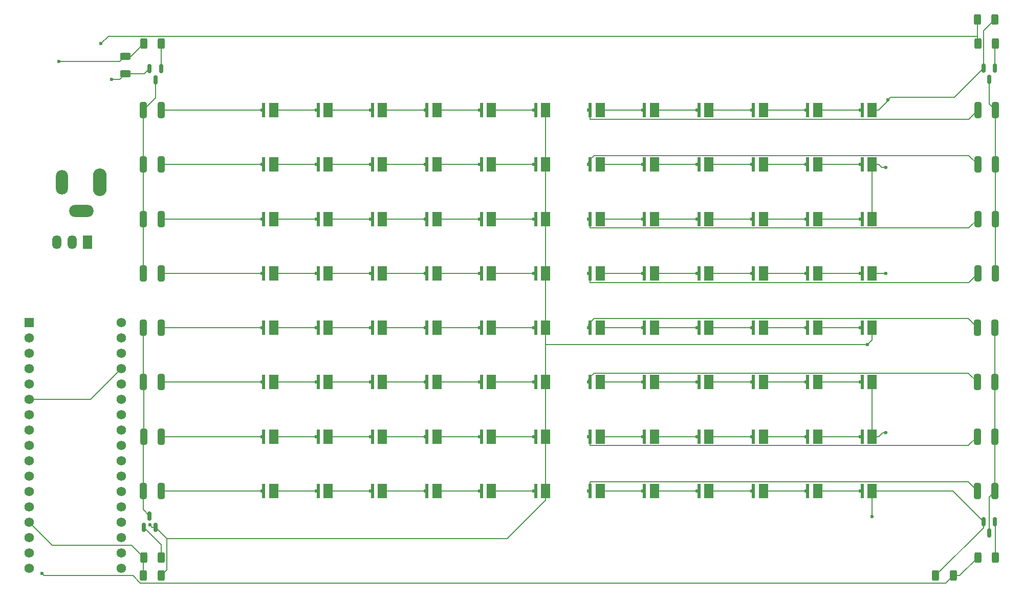
<source format=gbr>
%TF.GenerationSoftware,KiCad,Pcbnew,9.0.2*%
%TF.CreationDate,2025-06-25T20:21:35-07:00*%
%TF.ProjectId,led-plate-96-well,6c65642d-706c-4617-9465-2d39362d7765,rev?*%
%TF.SameCoordinates,Original*%
%TF.FileFunction,Copper,L1,Top*%
%TF.FilePolarity,Positive*%
%FSLAX46Y46*%
G04 Gerber Fmt 4.6, Leading zero omitted, Abs format (unit mm)*
G04 Created by KiCad (PCBNEW 9.0.2) date 2025-06-25 20:21:35*
%MOMM*%
%LPD*%
G01*
G04 APERTURE LIST*
G04 Aperture macros list*
%AMRoundRect*
0 Rectangle with rounded corners*
0 $1 Rounding radius*
0 $2 $3 $4 $5 $6 $7 $8 $9 X,Y pos of 4 corners*
0 Add a 4 corners polygon primitive as box body*
4,1,4,$2,$3,$4,$5,$6,$7,$8,$9,$2,$3,0*
0 Add four circle primitives for the rounded corners*
1,1,$1+$1,$2,$3*
1,1,$1+$1,$4,$5*
1,1,$1+$1,$6,$7*
1,1,$1+$1,$8,$9*
0 Add four rect primitives between the rounded corners*
20,1,$1+$1,$2,$3,$4,$5,0*
20,1,$1+$1,$4,$5,$6,$7,0*
20,1,$1+$1,$6,$7,$8,$9,0*
20,1,$1+$1,$8,$9,$2,$3,0*%
G04 Aperture macros list end*
%TA.AperFunction,SMDPad,CuDef*%
%ADD10R,1.600000X2.400000*%
%TD*%
%TA.AperFunction,SMDPad,CuDef*%
%ADD11R,0.600000X2.400000*%
%TD*%
%TA.AperFunction,SMDPad,CuDef*%
%ADD12R,0.600000X0.500000*%
%TD*%
%TA.AperFunction,SMDPad,CuDef*%
%ADD13RoundRect,0.250000X-0.312500X-1.075000X0.312500X-1.075000X0.312500X1.075000X-0.312500X1.075000X0*%
%TD*%
%TA.AperFunction,SMDPad,CuDef*%
%ADD14RoundRect,0.250000X0.312500X1.075000X-0.312500X1.075000X-0.312500X-1.075000X0.312500X-1.075000X0*%
%TD*%
%TA.AperFunction,SMDPad,CuDef*%
%ADD15RoundRect,0.248889X-0.626111X0.311111X-0.626111X-0.311111X0.626111X-0.311111X0.626111X0.311111X0*%
%TD*%
%TA.AperFunction,SMDPad,CuDef*%
%ADD16RoundRect,0.150000X-0.150000X0.587500X-0.150000X-0.587500X0.150000X-0.587500X0.150000X0.587500X0*%
%TD*%
%TA.AperFunction,ComponentPad*%
%ADD17O,2.280000X4.560000*%
%TD*%
%TA.AperFunction,ComponentPad*%
%ADD18O,4.050000X2.025000*%
%TD*%
%TA.AperFunction,ComponentPad*%
%ADD19O,2.025000X4.050000*%
%TD*%
%TA.AperFunction,SMDPad,CuDef*%
%ADD20RoundRect,0.248889X0.311111X0.626111X-0.311111X0.626111X-0.311111X-0.626111X0.311111X-0.626111X0*%
%TD*%
%TA.AperFunction,SMDPad,CuDef*%
%ADD21RoundRect,0.248889X-0.311111X-0.626111X0.311111X-0.626111X0.311111X0.626111X-0.311111X0.626111X0*%
%TD*%
%TA.AperFunction,ComponentPad*%
%ADD22R,1.500000X2.300000*%
%TD*%
%TA.AperFunction,ComponentPad*%
%ADD23O,1.500000X2.300000*%
%TD*%
%TA.AperFunction,SMDPad,CuDef*%
%ADD24RoundRect,0.150000X0.150000X-0.587500X0.150000X0.587500X-0.150000X0.587500X-0.150000X-0.587500X0*%
%TD*%
%TA.AperFunction,ComponentPad*%
%ADD25R,1.574800X1.574800*%
%TD*%
%TA.AperFunction,ComponentPad*%
%ADD26C,1.574800*%
%TD*%
%TA.AperFunction,ViaPad*%
%ADD27C,0.600000*%
%TD*%
%TA.AperFunction,Conductor*%
%ADD28C,0.200000*%
%TD*%
G04 APERTURE END LIST*
D10*
%TO.P,D12,1,K*%
%TO.N,GND*%
X171145000Y-51210000D03*
D11*
%TO.P,D12,2,A*%
%TO.N,Net-(D11-K)*%
X169495000Y-51210000D03*
D12*
X169195000Y-51210000D03*
%TD*%
D10*
%TO.P,D77,1,K*%
%TO.N,Net-(D77-K)*%
X216145000Y-78210000D03*
D11*
%TO.P,D77,2,A*%
%TO.N,Net-(D76-K)*%
X214495000Y-78210000D03*
D12*
X214195000Y-78210000D03*
%TD*%
D10*
%TO.P,D78,1,K*%
%TO.N,GND*%
X225145000Y-78210000D03*
D11*
%TO.P,D78,2,A*%
%TO.N,Net-(D77-K)*%
X223495000Y-78210000D03*
D12*
X223195000Y-78210000D03*
%TD*%
D10*
%TO.P,D72,1,K*%
%TO.N,GND*%
X171145000Y-105210000D03*
D11*
%TO.P,D72,2,A*%
%TO.N,Net-(D71-K)*%
X169495000Y-105210000D03*
D12*
X169195000Y-105210000D03*
%TD*%
D10*
%TO.P,D15,1,K*%
%TO.N,Net-(D15-K)*%
X144145000Y-60210000D03*
D11*
%TO.P,D15,2,A*%
%TO.N,Net-(D14-K)*%
X142495000Y-60210000D03*
D12*
X142195000Y-60210000D03*
%TD*%
D10*
%TO.P,D62,1,K*%
%TO.N,Net-(D62-K)*%
X135145000Y-96210000D03*
D11*
%TO.P,D62,2,A*%
%TO.N,Net-(D61-K)*%
X133495000Y-96210000D03*
D12*
X133195000Y-96210000D03*
%TD*%
D10*
%TO.P,D7,1,K*%
%TO.N,Net-(D7-K)*%
X126145000Y-51210000D03*
D11*
%TO.P,D7,2,A*%
%TO.N,Net-(D7-A)*%
X124495000Y-51210000D03*
D12*
X124195000Y-51210000D03*
%TD*%
D10*
%TO.P,D36,1,K*%
%TO.N,GND*%
X225145000Y-51210000D03*
D11*
%TO.P,D36,2,A*%
%TO.N,Net-(D35-K)*%
X223495000Y-51210000D03*
D12*
X223195000Y-51210000D03*
%TD*%
D10*
%TO.P,D5,1,K*%
%TO.N,Net-(D5-K)*%
X162145000Y-42210000D03*
D11*
%TO.P,D5,2,A*%
%TO.N,Net-(D4-K)*%
X160495000Y-42210000D03*
D12*
X160195000Y-42210000D03*
%TD*%
D10*
%TO.P,D86,1,K*%
%TO.N,Net-(D86-K)*%
X189145000Y-96210000D03*
D11*
%TO.P,D86,2,A*%
%TO.N,Net-(D85-K)*%
X187495000Y-96210000D03*
D12*
X187195000Y-96210000D03*
%TD*%
D10*
%TO.P,D56,1,K*%
%TO.N,Net-(D56-K)*%
X135145000Y-87210000D03*
D11*
%TO.P,D56,2,A*%
%TO.N,Net-(D55-K)*%
X133495000Y-87210000D03*
D12*
X133195000Y-87210000D03*
%TD*%
D10*
%TO.P,D54,1,K*%
%TO.N,GND*%
X171145000Y-78210000D03*
D11*
%TO.P,D54,2,A*%
%TO.N,Net-(D53-K)*%
X169495000Y-78210000D03*
D12*
X169195000Y-78210000D03*
%TD*%
D10*
%TO.P,D4,1,K*%
%TO.N,Net-(D4-K)*%
X153145000Y-42210000D03*
D11*
%TO.P,D4,2,A*%
%TO.N,Net-(D3-K)*%
X151495000Y-42210000D03*
D12*
X151195000Y-42210000D03*
%TD*%
D13*
%TO.P,R2,1*%
%TO.N,Net-(U4-D)*%
X104570000Y-51210000D03*
%TO.P,R2,2*%
%TO.N,Net-(D7-A)*%
X107495000Y-51210000D03*
%TD*%
D10*
%TO.P,D61,1,K*%
%TO.N,Net-(D61-K)*%
X126145000Y-96210000D03*
D11*
%TO.P,D61,2,A*%
%TO.N,Net-(D61-A)*%
X124495000Y-96210000D03*
D12*
X124195000Y-96210000D03*
%TD*%
D10*
%TO.P,D19,1,K*%
%TO.N,Net-(D19-K)*%
X126145000Y-69210000D03*
D11*
%TO.P,D19,2,A*%
%TO.N,Net-(D19-A)*%
X124495000Y-69210000D03*
D12*
X124195000Y-69210000D03*
%TD*%
D10*
%TO.P,D70,1,K*%
%TO.N,Net-(D70-K)*%
X153145000Y-105210000D03*
D11*
%TO.P,D70,2,A*%
%TO.N,Net-(D69-K)*%
X151495000Y-105210000D03*
D12*
X151195000Y-105210000D03*
%TD*%
D14*
%TO.P,R23,1*%
%TO.N,Net-(U6-D)*%
X245495000Y-96210000D03*
%TO.P,R23,2*%
%TO.N,Net-(D85-A)*%
X242570000Y-96210000D03*
%TD*%
D15*
%TO.P,R5,1*%
%TO.N,Net-(U2-3(PWM){slash}SCL)*%
X101570000Y-33290000D03*
%TO.P,R5,2*%
%TO.N,GND*%
X101570000Y-36210000D03*
%TD*%
D10*
%TO.P,D53,1,K*%
%TO.N,Net-(D53-K)*%
X162145000Y-78210000D03*
D11*
%TO.P,D53,2,A*%
%TO.N,Net-(D52-K)*%
X160495000Y-78210000D03*
D12*
X160195000Y-78210000D03*
%TD*%
D14*
%TO.P,R22,1*%
%TO.N,Net-(U6-D)*%
X245495000Y-87210000D03*
%TO.P,R22,2*%
%TO.N,Net-(D79-A)*%
X242570000Y-87210000D03*
%TD*%
D10*
%TO.P,D10,1,K*%
%TO.N,Net-(D10-K)*%
X153145000Y-51210000D03*
D11*
%TO.P,D10,2,A*%
%TO.N,Net-(D10-A)*%
X151495000Y-51210000D03*
D12*
X151195000Y-51210000D03*
%TD*%
D10*
%TO.P,D87,1,K*%
%TO.N,Net-(D87-K)*%
X198145000Y-96210000D03*
D11*
%TO.P,D87,2,A*%
%TO.N,Net-(D86-K)*%
X196495000Y-96210000D03*
D12*
X196195000Y-96210000D03*
%TD*%
D14*
%TO.P,R10,1*%
%TO.N,Net-(U3-D)*%
X245570000Y-51210000D03*
%TO.P,R10,2*%
%TO.N,Net-(D31-A)*%
X242645000Y-51210000D03*
%TD*%
D10*
%TO.P,D82,1,K*%
%TO.N,Net-(D82-K)*%
X207145000Y-87210000D03*
D11*
%TO.P,D82,2,A*%
%TO.N,Net-(D81-K)*%
X205495000Y-87210000D03*
D12*
X205195000Y-87210000D03*
%TD*%
D10*
%TO.P,D60,1,K*%
%TO.N,GND*%
X171145000Y-87210000D03*
D11*
%TO.P,D60,2,A*%
%TO.N,Net-(D59-K)*%
X169495000Y-87210000D03*
D12*
X169195000Y-87210000D03*
%TD*%
D10*
%TO.P,D35,1,K*%
%TO.N,Net-(D35-K)*%
X216145000Y-51210000D03*
D11*
%TO.P,D35,2,A*%
%TO.N,Net-(D34-K)*%
X214495000Y-51210000D03*
D12*
X214195000Y-51210000D03*
%TD*%
D10*
%TO.P,D96,1,K*%
%TO.N,GND*%
X225145000Y-105210000D03*
D11*
%TO.P,D96,2,A*%
%TO.N,Net-(D95-K)*%
X223495000Y-105210000D03*
D12*
X223195000Y-105210000D03*
%TD*%
D10*
%TO.P,D32,1,K*%
%TO.N,Net-(D32-K)*%
X189145000Y-51210000D03*
D11*
%TO.P,D32,2,A*%
%TO.N,Net-(D31-K)*%
X187495000Y-51210000D03*
D12*
X187195000Y-51210000D03*
%TD*%
D10*
%TO.P,D24,1,K*%
%TO.N,GND*%
X171145000Y-69210000D03*
D11*
%TO.P,D24,2,A*%
%TO.N,Net-(D23-K)*%
X169495000Y-69210000D03*
D12*
X169195000Y-69210000D03*
%TD*%
D10*
%TO.P,D89,1,K*%
%TO.N,Net-(D89-K)*%
X216145000Y-96210000D03*
D11*
%TO.P,D89,2,A*%
%TO.N,Net-(D88-K)*%
X214495000Y-96210000D03*
D12*
X214195000Y-96210000D03*
%TD*%
D10*
%TO.P,D22,1,K*%
%TO.N,Net-(D22-K)*%
X153145000Y-69210000D03*
D11*
%TO.P,D22,2,A*%
%TO.N,Net-(D21-K)*%
X151495000Y-69210000D03*
D12*
X151195000Y-69210000D03*
%TD*%
D10*
%TO.P,D74,1,K*%
%TO.N,Net-(D74-K)*%
X189145000Y-78210000D03*
D11*
%TO.P,D74,2,A*%
%TO.N,Net-(D73-K)*%
X187495000Y-78210000D03*
D12*
X187195000Y-78210000D03*
%TD*%
D14*
%TO.P,R12,1*%
%TO.N,Net-(U3-D)*%
X245570000Y-69210000D03*
%TO.P,R12,2*%
%TO.N,Net-(D43-A)*%
X242645000Y-69210000D03*
%TD*%
D10*
%TO.P,D80,1,K*%
%TO.N,Net-(D80-K)*%
X189145000Y-87210000D03*
D11*
%TO.P,D80,2,A*%
%TO.N,Net-(D79-K)*%
X187495000Y-87210000D03*
D12*
X187195000Y-87210000D03*
%TD*%
D10*
%TO.P,D45,1,K*%
%TO.N,Net-(D45-K)*%
X198145000Y-69210000D03*
D11*
%TO.P,D45,2,A*%
%TO.N,Net-(D44-K)*%
X196495000Y-69210000D03*
D12*
X196195000Y-69210000D03*
%TD*%
D10*
%TO.P,D43,1,K*%
%TO.N,Net-(D43-K)*%
X180145000Y-69210000D03*
D11*
%TO.P,D43,2,A*%
%TO.N,Net-(D43-A)*%
X178495000Y-69210000D03*
D12*
X178195000Y-69210000D03*
%TD*%
D10*
%TO.P,D59,1,K*%
%TO.N,Net-(D59-K)*%
X162145000Y-87210000D03*
D11*
%TO.P,D59,2,A*%
%TO.N,Net-(D58-K)*%
X160495000Y-87210000D03*
D12*
X160195000Y-87210000D03*
%TD*%
D16*
%TO.P,U3,1,G*%
%TO.N,Net-(U3-G)*%
X245470000Y-35260000D03*
%TO.P,U3,2,S*%
%TO.N,GND*%
X243570000Y-35260000D03*
%TO.P,U3,3,D*%
%TO.N,Net-(U3-D)*%
X244520000Y-37135000D03*
%TD*%
D13*
%TO.P,R15,1*%
%TO.N,Net-(U5-D)*%
X104570000Y-78210000D03*
%TO.P,R15,2*%
%TO.N,Net-(D49-A)*%
X107495000Y-78210000D03*
%TD*%
D17*
%TO.P,J2,PIN*%
%TO.N,+24V*%
X97350000Y-54113700D03*
D18*
%TO.P,J2,SHUNT*%
%TO.N,unconnected-(J2-PadSHUNT)*%
X94350000Y-58913700D03*
D19*
%TO.P,J2,SLEEVE*%
%TO.N,GND*%
X91100000Y-54113700D03*
%TD*%
D10*
%TO.P,D26,1,K*%
%TO.N,Net-(D26-K)*%
X189145000Y-42210000D03*
D11*
%TO.P,D26,2,A*%
%TO.N,Net-(D25-K)*%
X187495000Y-42210000D03*
D12*
X187195000Y-42210000D03*
%TD*%
D10*
%TO.P,D41,1,K*%
%TO.N,Net-(D41-K)*%
X216145000Y-60210000D03*
D11*
%TO.P,D41,2,A*%
%TO.N,Net-(D40-K)*%
X214495000Y-60210000D03*
D12*
X214195000Y-60210000D03*
%TD*%
D20*
%TO.P,R19,1*%
%TO.N,Net-(U2-6(PWM){slash}A7)*%
X238570000Y-119210000D03*
%TO.P,R19,2*%
%TO.N,GND*%
X235650000Y-119210000D03*
%TD*%
D10*
%TO.P,D28,1,K*%
%TO.N,Net-(D28-K)*%
X207145000Y-42210000D03*
D11*
%TO.P,D28,2,A*%
%TO.N,Net-(D27-K)*%
X205495000Y-42210000D03*
D12*
X205195000Y-42210000D03*
%TD*%
D10*
%TO.P,D42,1,K*%
%TO.N,GND*%
X225145000Y-60210000D03*
D11*
%TO.P,D42,2,A*%
%TO.N,Net-(D41-K)*%
X223495000Y-60210000D03*
D12*
X223195000Y-60210000D03*
%TD*%
D10*
%TO.P,D13,1,K*%
%TO.N,Net-(D13-K)*%
X126145000Y-60210000D03*
D11*
%TO.P,D13,2,A*%
%TO.N,Net-(D13-A)*%
X124495000Y-60210000D03*
D12*
X124195000Y-60210000D03*
%TD*%
D10*
%TO.P,D84,1,K*%
%TO.N,GND*%
X225145000Y-87210000D03*
D11*
%TO.P,D84,2,A*%
%TO.N,Net-(D83-K)*%
X223495000Y-87210000D03*
D12*
X223195000Y-87210000D03*
%TD*%
D10*
%TO.P,D46,1,K*%
%TO.N,Net-(D46-K)*%
X207145000Y-69210000D03*
D11*
%TO.P,D46,2,A*%
%TO.N,Net-(D45-K)*%
X205495000Y-69210000D03*
D12*
X205195000Y-69210000D03*
%TD*%
D10*
%TO.P,D17,1,K*%
%TO.N,Net-(D17-K)*%
X162145000Y-60210000D03*
D11*
%TO.P,D17,2,A*%
%TO.N,Net-(D16-K)*%
X160495000Y-60210000D03*
D12*
X160195000Y-60210000D03*
%TD*%
D10*
%TO.P,D79,1,K*%
%TO.N,Net-(D79-K)*%
X180145000Y-87210000D03*
D11*
%TO.P,D79,2,A*%
%TO.N,Net-(D79-A)*%
X178495000Y-87210000D03*
D12*
X178195000Y-87210000D03*
%TD*%
D10*
%TO.P,D92,1,K*%
%TO.N,Net-(D92-K)*%
X189145000Y-105210000D03*
D11*
%TO.P,D92,2,A*%
%TO.N,Net-(D91-K)*%
X187495000Y-105210000D03*
D12*
X187195000Y-105210000D03*
%TD*%
D10*
%TO.P,D68,1,K*%
%TO.N,Net-(D68-K)*%
X135145000Y-105210000D03*
D11*
%TO.P,D68,2,A*%
%TO.N,Net-(D67-K)*%
X133495000Y-105210000D03*
D12*
X133195000Y-105210000D03*
%TD*%
D10*
%TO.P,D88,1,K*%
%TO.N,Net-(D88-K)*%
X207145000Y-96210000D03*
D11*
%TO.P,D88,2,A*%
%TO.N,Net-(D87-K)*%
X205495000Y-96210000D03*
D12*
X205195000Y-96210000D03*
%TD*%
D10*
%TO.P,D73,1,K*%
%TO.N,Net-(D73-K)*%
X180145000Y-78210000D03*
D11*
%TO.P,D73,2,A*%
%TO.N,Net-(D73-A)*%
X178495000Y-78210000D03*
D12*
X178195000Y-78210000D03*
%TD*%
D10*
%TO.P,D34,1,K*%
%TO.N,Net-(D34-K)*%
X207145000Y-51210000D03*
D11*
%TO.P,D34,2,A*%
%TO.N,Net-(D33-K)*%
X205495000Y-51210000D03*
D12*
X205195000Y-51210000D03*
%TD*%
D10*
%TO.P,D40,1,K*%
%TO.N,Net-(D40-K)*%
X207145000Y-60210000D03*
D11*
%TO.P,D40,2,A*%
%TO.N,Net-(D39-K)*%
X205495000Y-60210000D03*
D12*
X205195000Y-60210000D03*
%TD*%
D21*
%TO.P,R14,1*%
%TO.N,Net-(U2-9(PWM){slash}A9)*%
X104650000Y-116210000D03*
%TO.P,R14,2*%
%TO.N,Net-(U5-G)*%
X107570000Y-116210000D03*
%TD*%
D10*
%TO.P,D81,1,K*%
%TO.N,Net-(D81-K)*%
X198145000Y-87210000D03*
D11*
%TO.P,D81,2,A*%
%TO.N,Net-(D80-K)*%
X196495000Y-87210000D03*
D12*
X196195000Y-87210000D03*
%TD*%
D10*
%TO.P,D25,1,K*%
%TO.N,Net-(D25-K)*%
X180145000Y-42210000D03*
D11*
%TO.P,D25,2,A*%
%TO.N,Net-(D25-A)*%
X178495000Y-42210000D03*
D12*
X178195000Y-42210000D03*
%TD*%
D10*
%TO.P,D69,1,K*%
%TO.N,Net-(D69-K)*%
X144145000Y-105210000D03*
D11*
%TO.P,D69,2,A*%
%TO.N,Net-(D68-K)*%
X142495000Y-105210000D03*
D12*
X142195000Y-105210000D03*
%TD*%
D13*
%TO.P,R6,1*%
%TO.N,Net-(U4-D)*%
X104570000Y-69210000D03*
%TO.P,R6,2*%
%TO.N,Net-(D19-A)*%
X107495000Y-69210000D03*
%TD*%
%TO.P,R1,1*%
%TO.N,Net-(U4-D)*%
X104570000Y-42210000D03*
%TO.P,R1,2*%
%TO.N,Net-(D1-A)*%
X107495000Y-42210000D03*
%TD*%
D21*
%TO.P,R8,1*%
%TO.N,Net-(U2-5(PWM))*%
X242650000Y-31210000D03*
%TO.P,R8,2*%
%TO.N,Net-(U3-G)*%
X245570000Y-31210000D03*
%TD*%
D10*
%TO.P,D90,1,K*%
%TO.N,GND*%
X225145000Y-96210000D03*
D11*
%TO.P,D90,2,A*%
%TO.N,Net-(D89-K)*%
X223495000Y-96210000D03*
D12*
X223195000Y-96210000D03*
%TD*%
D21*
%TO.P,R20,1*%
%TO.N,Net-(U2-6(PWM){slash}A7)*%
X242650000Y-116210000D03*
%TO.P,R20,2*%
%TO.N,Net-(U6-G)*%
X245570000Y-116210000D03*
%TD*%
D10*
%TO.P,D50,1,K*%
%TO.N,Net-(D50-K)*%
X135145000Y-78210000D03*
D11*
%TO.P,D50,2,A*%
%TO.N,Net-(D49-K)*%
X133495000Y-78210000D03*
D12*
X133195000Y-78210000D03*
%TD*%
D10*
%TO.P,D1,1,K*%
%TO.N,Net-(D1-K)*%
X126145000Y-42210000D03*
D11*
%TO.P,D1,2,A*%
%TO.N,Net-(D1-A)*%
X124495000Y-42210000D03*
D12*
X124195000Y-42210000D03*
%TD*%
D10*
%TO.P,D31,1,K*%
%TO.N,Net-(D31-K)*%
X180145000Y-51210000D03*
D11*
%TO.P,D31,2,A*%
%TO.N,Net-(D31-A)*%
X178495000Y-51210000D03*
D12*
X178195000Y-51210000D03*
%TD*%
D10*
%TO.P,D71,1,K*%
%TO.N,Net-(D71-K)*%
X162145000Y-105210000D03*
D11*
%TO.P,D71,2,A*%
%TO.N,Net-(D70-K)*%
X160495000Y-105210000D03*
D12*
X160195000Y-105210000D03*
%TD*%
D21*
%TO.P,R7,1*%
%TO.N,Net-(U2-5(PWM))*%
X242570000Y-27210000D03*
%TO.P,R7,2*%
%TO.N,GND*%
X245490000Y-27210000D03*
%TD*%
D10*
%TO.P,D63,1,K*%
%TO.N,Net-(D63-K)*%
X144145000Y-96210000D03*
D11*
%TO.P,D63,2,A*%
%TO.N,Net-(D62-K)*%
X142495000Y-96210000D03*
D12*
X142195000Y-96210000D03*
%TD*%
D10*
%TO.P,D94,1,K*%
%TO.N,Net-(D94-K)*%
X207145000Y-105210000D03*
D11*
%TO.P,D94,2,A*%
%TO.N,Net-(D93-K)*%
X205495000Y-105210000D03*
D12*
X205195000Y-105210000D03*
%TD*%
D22*
%TO.P,U1,1,IN*%
%TO.N,+24V*%
X95367500Y-64082500D03*
D23*
%TO.P,U1,2,GND*%
%TO.N,GND*%
X92827500Y-64082500D03*
%TO.P,U1,3,OUT*%
%TO.N,Net-(U1-OUT)*%
X90287500Y-64082500D03*
%TD*%
D10*
%TO.P,D67,1,K*%
%TO.N,Net-(D67-K)*%
X126145000Y-105210000D03*
D11*
%TO.P,D67,2,A*%
%TO.N,Net-(D67-A)*%
X124495000Y-105210000D03*
D12*
X124195000Y-105210000D03*
%TD*%
D14*
%TO.P,R21,1*%
%TO.N,Net-(U6-D)*%
X245495000Y-78210000D03*
%TO.P,R21,2*%
%TO.N,Net-(D73-A)*%
X242570000Y-78210000D03*
%TD*%
D10*
%TO.P,D51,1,K*%
%TO.N,Net-(D51-K)*%
X144145000Y-78210000D03*
D11*
%TO.P,D51,2,A*%
%TO.N,Net-(D50-K)*%
X142495000Y-78210000D03*
D12*
X142195000Y-78210000D03*
%TD*%
D10*
%TO.P,D95,1,K*%
%TO.N,Net-(D95-K)*%
X216145000Y-105210000D03*
D11*
%TO.P,D95,2,A*%
%TO.N,Net-(D94-K)*%
X214495000Y-105210000D03*
D12*
X214195000Y-105210000D03*
%TD*%
D13*
%TO.P,R16,1*%
%TO.N,Net-(U5-D)*%
X104570000Y-87210000D03*
%TO.P,R16,2*%
%TO.N,Net-(D55-A)*%
X107495000Y-87210000D03*
%TD*%
D10*
%TO.P,D55,1,K*%
%TO.N,Net-(D55-K)*%
X126145000Y-87210000D03*
D11*
%TO.P,D55,2,A*%
%TO.N,Net-(D55-A)*%
X124495000Y-87210000D03*
D12*
X124195000Y-87210000D03*
%TD*%
D10*
%TO.P,D20,1,K*%
%TO.N,Net-(D20-K)*%
X135145000Y-69210000D03*
D11*
%TO.P,D20,2,A*%
%TO.N,Net-(D19-K)*%
X133495000Y-69210000D03*
D12*
X133195000Y-69210000D03*
%TD*%
D21*
%TO.P,R13,1*%
%TO.N,Net-(U2-9(PWM){slash}A9)*%
X104570000Y-119210000D03*
%TO.P,R13,2*%
%TO.N,GND*%
X107490000Y-119210000D03*
%TD*%
D10*
%TO.P,D64,1,K*%
%TO.N,Net-(D64-K)*%
X153145000Y-96210000D03*
D11*
%TO.P,D64,2,A*%
%TO.N,Net-(D63-K)*%
X151495000Y-96210000D03*
D12*
X151195000Y-96210000D03*
%TD*%
D13*
%TO.P,R18,1*%
%TO.N,Net-(U5-D)*%
X104570000Y-105210000D03*
%TO.P,R18,2*%
%TO.N,Net-(D67-A)*%
X107495000Y-105210000D03*
%TD*%
D10*
%TO.P,D2,1,K*%
%TO.N,Net-(D2-K)*%
X135145000Y-42210000D03*
D11*
%TO.P,D2,2,A*%
%TO.N,Net-(D1-K)*%
X133495000Y-42210000D03*
D12*
X133195000Y-42210000D03*
%TD*%
D10*
%TO.P,D14,1,K*%
%TO.N,Net-(D14-K)*%
X135145000Y-60210000D03*
D11*
%TO.P,D14,2,A*%
%TO.N,Net-(D13-K)*%
X133495000Y-60210000D03*
D12*
X133195000Y-60210000D03*
%TD*%
D10*
%TO.P,D3,1,K*%
%TO.N,Net-(D3-K)*%
X144145000Y-42210000D03*
D11*
%TO.P,D3,2,A*%
%TO.N,Net-(D2-K)*%
X142495000Y-42210000D03*
D12*
X142195000Y-42210000D03*
%TD*%
D10*
%TO.P,D48,1,K*%
%TO.N,GND*%
X225145000Y-69210000D03*
D11*
%TO.P,D48,2,A*%
%TO.N,Net-(D47-K)*%
X223495000Y-69210000D03*
D12*
X223195000Y-69210000D03*
%TD*%
D16*
%TO.P,U4,1,G*%
%TO.N,Net-(U4-G)*%
X107520000Y-35335000D03*
%TO.P,U4,2,S*%
%TO.N,GND*%
X105620000Y-35335000D03*
%TO.P,U4,3,D*%
%TO.N,Net-(U4-D)*%
X106570000Y-37210000D03*
%TD*%
D10*
%TO.P,D58,1,K*%
%TO.N,Net-(D58-K)*%
X153145000Y-87210000D03*
D11*
%TO.P,D58,2,A*%
%TO.N,Net-(D57-K)*%
X151495000Y-87210000D03*
D12*
X151195000Y-87210000D03*
%TD*%
D10*
%TO.P,D93,1,K*%
%TO.N,Net-(D93-K)*%
X198145000Y-105210000D03*
D11*
%TO.P,D93,2,A*%
%TO.N,Net-(D92-K)*%
X196495000Y-105210000D03*
D12*
X196195000Y-105210000D03*
%TD*%
D10*
%TO.P,D75,1,K*%
%TO.N,Net-(D75-K)*%
X198145000Y-78210000D03*
D11*
%TO.P,D75,2,A*%
%TO.N,Net-(D74-K)*%
X196495000Y-78210000D03*
D12*
X196195000Y-78210000D03*
%TD*%
D10*
%TO.P,D47,1,K*%
%TO.N,Net-(D47-K)*%
X216145000Y-69210000D03*
D11*
%TO.P,D47,2,A*%
%TO.N,Net-(D46-K)*%
X214495000Y-69210000D03*
D12*
X214195000Y-69210000D03*
%TD*%
D10*
%TO.P,D29,1,K*%
%TO.N,Net-(D29-K)*%
X216145000Y-42210000D03*
D11*
%TO.P,D29,2,A*%
%TO.N,Net-(D28-K)*%
X214495000Y-42210000D03*
D12*
X214195000Y-42210000D03*
%TD*%
D10*
%TO.P,D16,1,K*%
%TO.N,Net-(D16-K)*%
X153145000Y-60210000D03*
D11*
%TO.P,D16,2,A*%
%TO.N,Net-(D15-K)*%
X151495000Y-60210000D03*
D12*
X151195000Y-60210000D03*
%TD*%
D10*
%TO.P,D37,1,K*%
%TO.N,Net-(D37-K)*%
X180145000Y-60210000D03*
D11*
%TO.P,D37,2,A*%
%TO.N,Net-(D37-A)*%
X178495000Y-60210000D03*
D12*
X178195000Y-60210000D03*
%TD*%
D10*
%TO.P,D65,1,K*%
%TO.N,Net-(D65-K)*%
X162145000Y-96210000D03*
D11*
%TO.P,D65,2,A*%
%TO.N,Net-(D64-K)*%
X160495000Y-96210000D03*
D12*
X160195000Y-96210000D03*
%TD*%
D16*
%TO.P,U6,1,G*%
%TO.N,Net-(U6-G)*%
X245470000Y-110272500D03*
%TO.P,U6,2,S*%
%TO.N,GND*%
X243570000Y-110272500D03*
%TO.P,U6,3,D*%
%TO.N,Net-(U6-D)*%
X244520000Y-112147500D03*
%TD*%
D10*
%TO.P,D85,1,K*%
%TO.N,Net-(D85-K)*%
X180145000Y-96210000D03*
D11*
%TO.P,D85,2,A*%
%TO.N,Net-(D85-A)*%
X178495000Y-96210000D03*
D12*
X178195000Y-96210000D03*
%TD*%
D10*
%TO.P,D91,1,K*%
%TO.N,Net-(D91-K)*%
X180145000Y-105210000D03*
D11*
%TO.P,D91,2,A*%
%TO.N,Net-(D91-A)*%
X178495000Y-105210000D03*
D12*
X178195000Y-105210000D03*
%TD*%
D14*
%TO.P,R24,1*%
%TO.N,Net-(U6-D)*%
X245495000Y-105210000D03*
%TO.P,R24,2*%
%TO.N,Net-(D91-A)*%
X242570000Y-105210000D03*
%TD*%
D10*
%TO.P,D11,1,K*%
%TO.N,Net-(D11-K)*%
X162145000Y-51210000D03*
D11*
%TO.P,D11,2,A*%
%TO.N,Net-(D10-K)*%
X160495000Y-51210000D03*
D12*
X160195000Y-51210000D03*
%TD*%
D10*
%TO.P,D30,1,K*%
%TO.N,GND*%
X225145000Y-42210000D03*
D11*
%TO.P,D30,2,A*%
%TO.N,Net-(D29-K)*%
X223495000Y-42210000D03*
D12*
X223195000Y-42210000D03*
%TD*%
D10*
%TO.P,D49,1,K*%
%TO.N,Net-(D49-K)*%
X126145000Y-78210000D03*
D11*
%TO.P,D49,2,A*%
%TO.N,Net-(D49-A)*%
X124495000Y-78210000D03*
D12*
X124195000Y-78210000D03*
%TD*%
D10*
%TO.P,D44,1,K*%
%TO.N,Net-(D44-K)*%
X189145000Y-69210000D03*
D11*
%TO.P,D44,2,A*%
%TO.N,Net-(D43-K)*%
X187495000Y-69210000D03*
D12*
X187195000Y-69210000D03*
%TD*%
D10*
%TO.P,D27,1,K*%
%TO.N,Net-(D27-K)*%
X198145000Y-42210000D03*
D11*
%TO.P,D27,2,A*%
%TO.N,Net-(D26-K)*%
X196495000Y-42210000D03*
D12*
X196195000Y-42210000D03*
%TD*%
D10*
%TO.P,D8,1,K*%
%TO.N,Net-(D8-K)*%
X135145000Y-51210000D03*
D11*
%TO.P,D8,2,A*%
%TO.N,Net-(D7-K)*%
X133495000Y-51210000D03*
D12*
X133195000Y-51210000D03*
%TD*%
D10*
%TO.P,D18,1,K*%
%TO.N,GND*%
X171145000Y-60210000D03*
D11*
%TO.P,D18,2,A*%
%TO.N,Net-(D17-K)*%
X169495000Y-60210000D03*
D12*
X169195000Y-60210000D03*
%TD*%
D10*
%TO.P,D83,1,K*%
%TO.N,Net-(D83-K)*%
X216145000Y-87210000D03*
D11*
%TO.P,D83,2,A*%
%TO.N,Net-(D82-K)*%
X214495000Y-87210000D03*
D12*
X214195000Y-87210000D03*
%TD*%
D10*
%TO.P,D9,1,K*%
%TO.N,Net-(D10-A)*%
X144145000Y-51210000D03*
D11*
%TO.P,D9,2,A*%
%TO.N,Net-(D8-K)*%
X142495000Y-51210000D03*
D12*
X142195000Y-51210000D03*
%TD*%
D13*
%TO.P,R17,1*%
%TO.N,Net-(U5-D)*%
X104645000Y-96210000D03*
%TO.P,R17,2*%
%TO.N,Net-(D61-A)*%
X107570000Y-96210000D03*
%TD*%
D10*
%TO.P,D6,1,K*%
%TO.N,GND*%
X171145000Y-42210000D03*
D11*
%TO.P,D6,2,A*%
%TO.N,Net-(D5-K)*%
X169495000Y-42210000D03*
D12*
X169195000Y-42210000D03*
%TD*%
D10*
%TO.P,D23,1,K*%
%TO.N,Net-(D23-K)*%
X162145000Y-69210000D03*
D11*
%TO.P,D23,2,A*%
%TO.N,Net-(D22-K)*%
X160495000Y-69210000D03*
D12*
X160195000Y-69210000D03*
%TD*%
D14*
%TO.P,R11,1*%
%TO.N,Net-(U3-D)*%
X245570000Y-60210000D03*
%TO.P,R11,2*%
%TO.N,Net-(D37-A)*%
X242645000Y-60210000D03*
%TD*%
D10*
%TO.P,D21,1,K*%
%TO.N,Net-(D21-K)*%
X144145000Y-69210000D03*
D11*
%TO.P,D21,2,A*%
%TO.N,Net-(D20-K)*%
X142495000Y-69210000D03*
D12*
X142195000Y-69210000D03*
%TD*%
D24*
%TO.P,U5,1,G*%
%TO.N,Net-(U5-G)*%
X104670000Y-111210000D03*
%TO.P,U5,2,S*%
%TO.N,GND*%
X106570000Y-111210000D03*
%TO.P,U5,3,D*%
%TO.N,Net-(U5-D)*%
X105620000Y-109335000D03*
%TD*%
D10*
%TO.P,D76,1,K*%
%TO.N,Net-(D76-K)*%
X207145000Y-78210000D03*
D11*
%TO.P,D76,2,A*%
%TO.N,Net-(D75-K)*%
X205495000Y-78210000D03*
D12*
X205195000Y-78210000D03*
%TD*%
D14*
%TO.P,R9,1*%
%TO.N,Net-(U3-D)*%
X245570000Y-42210000D03*
%TO.P,R9,2*%
%TO.N,Net-(D25-A)*%
X242645000Y-42210000D03*
%TD*%
D10*
%TO.P,D52,1,K*%
%TO.N,Net-(D52-K)*%
X153145000Y-78210000D03*
D11*
%TO.P,D52,2,A*%
%TO.N,Net-(D51-K)*%
X151495000Y-78210000D03*
D12*
X151195000Y-78210000D03*
%TD*%
D21*
%TO.P,R4,1*%
%TO.N,Net-(U2-3(PWM){slash}SCL)*%
X104650000Y-31210000D03*
%TO.P,R4,2*%
%TO.N,Net-(U4-G)*%
X107570000Y-31210000D03*
%TD*%
D25*
%TO.P,U2,1,MOSI*%
%TO.N,unconnected-(U2-MOSI-Pad1)*%
X85680000Y-77350000D03*
D26*
%TO.P,U2,2,RX_LED/SS*%
%TO.N,unconnected-(U2-RX_LED{slash}SS-Pad2)*%
X85680000Y-79890000D03*
%TO.P,U2,3,1/TX*%
%TO.N,unconnected-(U2-1{slash}TX-Pad3)*%
X85680000Y-82430000D03*
%TO.P,U2,4,0/RX*%
%TO.N,unconnected-(U2-0{slash}RX-Pad4)*%
X85680000Y-84970000D03*
%TO.P,U2,5,RESET*%
%TO.N,unconnected-(U2-RESET-Pad30)*%
X85680000Y-87510000D03*
%TO.P,U2,6,GND*%
%TO.N,GND*%
X85680000Y-90050000D03*
%TO.P,U2,7,2/SDA*%
%TO.N,unconnected-(U2-2{slash}SDA-Pad7)*%
X85680000Y-92590000D03*
%TO.P,U2,8,3(PWM)/SCL*%
%TO.N,Net-(U2-3(PWM){slash}SCL)*%
X85680000Y-95130000D03*
%TO.P,U2,9,4/A6*%
%TO.N,unconnected-(U2-4{slash}A6-Pad9)*%
X85680000Y-97670000D03*
%TO.P,U2,10,5(PWM)*%
%TO.N,Net-(U2-5(PWM))*%
X85680000Y-100210000D03*
%TO.P,U2,11,6(PWM)/A7*%
%TO.N,Net-(U2-6(PWM){slash}A7)*%
X85680000Y-102750000D03*
%TO.P,U2,12,7*%
%TO.N,unconnected-(U2-7-Pad12)*%
X85680000Y-105290000D03*
%TO.P,U2,13,8/A8*%
%TO.N,unconnected-(U2-8{slash}A8-Pad13)*%
X85680000Y-107830000D03*
%TO.P,U2,14,9(PWM)/A9*%
%TO.N,Net-(U2-9(PWM){slash}A9)*%
X85680000Y-110370000D03*
%TO.P,U2,15,10(PWM)/A10*%
%TO.N,unconnected-(U2-10(PWM){slash}A10-Pad15)*%
X85680000Y-112910000D03*
%TO.P,U2,16,11(PWM)*%
%TO.N,unconnected-(U2-11(PWM)-Pad16)*%
X85680000Y-115450000D03*
%TO.P,U2,17,12/A11*%
%TO.N,unconnected-(U2-12{slash}A11-Pad17)*%
X85680000Y-117990000D03*
%TO.P,U2,18,13(PWM)*%
%TO.N,unconnected-(U2-13(PWM)-Pad18)*%
X100920000Y-117990000D03*
%TO.P,U2,19,3.3V*%
%TO.N,unconnected-(U2-3.3V-Pad19)*%
X100920000Y-115450000D03*
%TO.P,U2,20,AREF*%
%TO.N,unconnected-(U2-AREF-Pad20)*%
X100920000Y-112910000D03*
%TO.P,U2,21,A0*%
%TO.N,unconnected-(U2-A0-Pad21)*%
X100920000Y-110370000D03*
%TO.P,U2,22,A1*%
%TO.N,unconnected-(U2-A1-Pad22)*%
X100920000Y-107830000D03*
%TO.P,U2,23,A2*%
%TO.N,unconnected-(U2-A2-Pad23)*%
X100920000Y-105290000D03*
%TO.P,U2,24,A3*%
%TO.N,unconnected-(U2-A3-Pad24)*%
X100920000Y-102750000D03*
%TO.P,U2,25,A4*%
%TO.N,unconnected-(U2-A4-Pad25)*%
X100920000Y-100210000D03*
%TO.P,U2,26,A5*%
%TO.N,unconnected-(U2-A5-Pad26)*%
X100920000Y-97670000D03*
%TO.P,U2,27*%
%TO.N,N/C*%
X100920000Y-95130000D03*
%TO.P,U2,28*%
X100920000Y-92590000D03*
%TO.P,U2,29,+5V*%
%TO.N,Net-(U1-OUT)*%
X100920000Y-90050000D03*
%TO.P,U2,30,RESET*%
%TO.N,unconnected-(U2-RESET-Pad30)_1*%
X100920000Y-87510000D03*
%TO.P,U2,31,GND*%
%TO.N,GND*%
X100920000Y-84970000D03*
%TO.P,U2,32,VIN*%
%TO.N,unconnected-(U2-VIN-Pad32)*%
X100920000Y-82430000D03*
%TO.P,U2,33,MISO*%
%TO.N,unconnected-(U2-MISO-Pad33)*%
X100920000Y-79890000D03*
%TO.P,U2,34,SCK*%
%TO.N,unconnected-(U2-SCK-Pad34)*%
X100920000Y-77350000D03*
%TD*%
D10*
%TO.P,D39,1,K*%
%TO.N,Net-(D39-K)*%
X198145000Y-60210000D03*
D11*
%TO.P,D39,2,A*%
%TO.N,Net-(D38-K)*%
X196495000Y-60210000D03*
D12*
X196195000Y-60210000D03*
%TD*%
D13*
%TO.P,R3,1*%
%TO.N,Net-(U4-D)*%
X104570000Y-60210000D03*
%TO.P,R3,2*%
%TO.N,Net-(D13-A)*%
X107495000Y-60210000D03*
%TD*%
D10*
%TO.P,D33,1,K*%
%TO.N,Net-(D33-K)*%
X198145000Y-51210000D03*
D11*
%TO.P,D33,2,A*%
%TO.N,Net-(D32-K)*%
X196495000Y-51210000D03*
D12*
X196195000Y-51210000D03*
%TD*%
D10*
%TO.P,D57,1,K*%
%TO.N,Net-(D57-K)*%
X144145000Y-87210000D03*
D11*
%TO.P,D57,2,A*%
%TO.N,Net-(D56-K)*%
X142495000Y-87210000D03*
D12*
X142195000Y-87210000D03*
%TD*%
D10*
%TO.P,D38,1,K*%
%TO.N,Net-(D38-K)*%
X189145000Y-60210000D03*
D11*
%TO.P,D38,2,A*%
%TO.N,Net-(D37-K)*%
X187495000Y-60210000D03*
D12*
X187195000Y-60210000D03*
%TD*%
D10*
%TO.P,D66,1,K*%
%TO.N,GND*%
X171145000Y-96210000D03*
D11*
%TO.P,D66,2,A*%
%TO.N,Net-(D65-K)*%
X169495000Y-96210000D03*
D12*
X169195000Y-96210000D03*
%TD*%
D27*
%TO.N,GND*%
X99347100Y-37128700D03*
X227400500Y-69207500D03*
X225145000Y-109413700D03*
X227400500Y-95556700D03*
X227766900Y-40500600D03*
X227400500Y-51735700D03*
X105651900Y-110816800D03*
X224395000Y-80949700D03*
%TO.N,Net-(U2-3(PWM){slash}SCL)*%
X90565000Y-34207300D03*
%TO.N,Net-(U2-5(PWM))*%
X97570000Y-31210000D03*
%TO.N,Net-(U2-6(PWM){slash}A7)*%
X87780500Y-118814700D03*
%TD*%
D28*
%TO.N,GND*%
X227766900Y-40500600D02*
X227766900Y-40689800D01*
X100651300Y-37128700D02*
X101570000Y-36210000D01*
X225145000Y-96210000D02*
X226246700Y-96210000D01*
X108467100Y-118232900D02*
X108467100Y-113107100D01*
X227400500Y-95556700D02*
X226900000Y-95556700D01*
X104745000Y-36210000D02*
X105620000Y-35335000D01*
X171145000Y-51210000D02*
X171145000Y-60210000D01*
X171145000Y-78210000D02*
X171145000Y-69210000D01*
X226249200Y-69207500D02*
X226246700Y-69210000D01*
X171145000Y-80949700D02*
X171145000Y-78210000D01*
X101570000Y-36210000D02*
X104745000Y-36210000D01*
X95840000Y-90050000D02*
X100920000Y-84970000D01*
X171145000Y-42210000D02*
X171145000Y-51210000D01*
X226772400Y-51735700D02*
X226246700Y-51210000D01*
X106570000Y-111210000D02*
X106045100Y-111210000D01*
X243570000Y-111290000D02*
X243570000Y-110272500D01*
X108467100Y-113107100D02*
X106570000Y-111210000D01*
X225145000Y-69210000D02*
X226246700Y-69210000D01*
X243570000Y-29130000D02*
X243570000Y-35260000D01*
X225145000Y-51210000D02*
X226246700Y-51210000D01*
X171145000Y-80949700D02*
X224395000Y-80949700D01*
X85680000Y-90050000D02*
X95840000Y-90050000D01*
X238507500Y-105210000D02*
X225145000Y-105210000D01*
X171145000Y-60210000D02*
X171145000Y-69210000D01*
X171145000Y-87210000D02*
X171145000Y-96210000D01*
X235650000Y-119210000D02*
X243570000Y-111290000D01*
X99347100Y-37128700D02*
X100651300Y-37128700D01*
X225145000Y-105210000D02*
X225145000Y-109413700D01*
X106045100Y-111210000D02*
X105651900Y-110816800D01*
X171145000Y-87210000D02*
X171145000Y-80949700D01*
X164749600Y-113107100D02*
X171145000Y-106711700D01*
X171145000Y-105210000D02*
X171145000Y-106711700D01*
X245490000Y-27210000D02*
X243570000Y-29130000D01*
X225145000Y-78210000D02*
X225145000Y-80199700D01*
X225145000Y-80199700D02*
X224395000Y-80949700D01*
X107490000Y-119210000D02*
X108467100Y-118232900D01*
X225145000Y-51210000D02*
X225145000Y-52711700D01*
X225145000Y-96210000D02*
X225145000Y-87210000D01*
X243570000Y-35260000D02*
X238750000Y-40080000D01*
X227400500Y-51735700D02*
X226772400Y-51735700D01*
X227400500Y-69207500D02*
X226249200Y-69207500D01*
X228187500Y-40080000D02*
X227766900Y-40500600D01*
X225145000Y-42210000D02*
X226246700Y-42210000D01*
X227766900Y-40689800D02*
X226246700Y-42210000D01*
X226900000Y-95556700D02*
X226246700Y-96210000D01*
X225145000Y-60210000D02*
X225145000Y-52711700D01*
X171145000Y-105210000D02*
X171145000Y-96210000D01*
X238750000Y-40080000D02*
X228187500Y-40080000D01*
X108467100Y-113107100D02*
X164749600Y-113107100D01*
X243570000Y-110272500D02*
X238507500Y-105210000D01*
%TO.N,Net-(D25-A)*%
X178195000Y-42210000D02*
X178495000Y-42210000D01*
X241143300Y-43711700D02*
X178495000Y-43711700D01*
X178495000Y-42210000D02*
X178495000Y-43711700D01*
X242645000Y-42210000D02*
X241143300Y-43711700D01*
%TO.N,Net-(D25-K)*%
X187495000Y-42210000D02*
X187195000Y-42210000D01*
X180145000Y-42210000D02*
X187195000Y-42210000D01*
%TO.N,Net-(D26-K)*%
X189145000Y-42210000D02*
X196195000Y-42210000D01*
X196495000Y-42210000D02*
X196195000Y-42210000D01*
%TO.N,Net-(U2-3(PWM){slash}SCL)*%
X90565000Y-34207300D02*
X100652700Y-34207300D01*
X101570000Y-33290000D02*
X102570000Y-33290000D01*
X100652700Y-34207300D02*
X101570000Y-33290000D01*
X102570000Y-33290000D02*
X104650000Y-31210000D01*
%TO.N,Net-(D1-A)*%
X107495000Y-42210000D02*
X124195000Y-42210000D01*
X124495000Y-42210000D02*
X124195000Y-42210000D01*
%TO.N,Net-(D1-K)*%
X126145000Y-42210000D02*
X133195000Y-42210000D01*
X133195000Y-42210000D02*
X133495000Y-42210000D01*
%TO.N,Net-(D2-K)*%
X135145000Y-42210000D02*
X142195000Y-42210000D01*
X142495000Y-42210000D02*
X142195000Y-42210000D01*
%TO.N,Net-(D3-K)*%
X144145000Y-42210000D02*
X151195000Y-42210000D01*
X151195000Y-42210000D02*
X151495000Y-42210000D01*
%TO.N,Net-(D4-K)*%
X160195000Y-42210000D02*
X160495000Y-42210000D01*
X153145000Y-42210000D02*
X160195000Y-42210000D01*
%TO.N,Net-(D5-K)*%
X169495000Y-42210000D02*
X169195000Y-42210000D01*
X162145000Y-42210000D02*
X169195000Y-42210000D01*
%TO.N,Net-(D7-K)*%
X126145000Y-51210000D02*
X133195000Y-51210000D01*
X133495000Y-51210000D02*
X133195000Y-51210000D01*
%TO.N,Net-(D7-A)*%
X107495000Y-51210000D02*
X124195000Y-51210000D01*
X124495000Y-51210000D02*
X124195000Y-51210000D01*
%TO.N,Net-(D8-K)*%
X142495000Y-51210000D02*
X142195000Y-51210000D01*
X135145000Y-51210000D02*
X142195000Y-51210000D01*
%TO.N,Net-(D10-A)*%
X144145000Y-51210000D02*
X151195000Y-51210000D01*
X151195000Y-51210000D02*
X151495000Y-51210000D01*
%TO.N,Net-(D10-K)*%
X160495000Y-51210000D02*
X160195000Y-51210000D01*
X153145000Y-51210000D02*
X160195000Y-51210000D01*
%TO.N,Net-(D11-K)*%
X169495000Y-51210000D02*
X169195000Y-51210000D01*
X162145000Y-51210000D02*
X169195000Y-51210000D01*
%TO.N,Net-(D13-A)*%
X107495000Y-60210000D02*
X124195000Y-60210000D01*
X124495000Y-60210000D02*
X124195000Y-60210000D01*
%TO.N,Net-(D13-K)*%
X126145000Y-60210000D02*
X133195000Y-60210000D01*
X133495000Y-60210000D02*
X133195000Y-60210000D01*
%TO.N,Net-(D14-K)*%
X135145000Y-60210000D02*
X142195000Y-60210000D01*
X142495000Y-60210000D02*
X142195000Y-60210000D01*
%TO.N,Net-(D15-K)*%
X151195000Y-60210000D02*
X151495000Y-60210000D01*
X144145000Y-60210000D02*
X151195000Y-60210000D01*
%TO.N,Net-(D16-K)*%
X153145000Y-60210000D02*
X160195000Y-60210000D01*
X160495000Y-60210000D02*
X160195000Y-60210000D01*
%TO.N,Net-(D17-K)*%
X162145000Y-60210000D02*
X169195000Y-60210000D01*
X169195000Y-60210000D02*
X169495000Y-60210000D01*
%TO.N,Net-(D19-K)*%
X133495000Y-69210000D02*
X133195000Y-69210000D01*
X126145000Y-69210000D02*
X133195000Y-69210000D01*
%TO.N,Net-(D19-A)*%
X107495000Y-69210000D02*
X124195000Y-69210000D01*
X124495000Y-69210000D02*
X124195000Y-69210000D01*
%TO.N,Net-(D20-K)*%
X135145000Y-69210000D02*
X142195000Y-69210000D01*
X142495000Y-69210000D02*
X142195000Y-69210000D01*
%TO.N,Net-(D21-K)*%
X151495000Y-69210000D02*
X151195000Y-69210000D01*
X144145000Y-69210000D02*
X151195000Y-69210000D01*
%TO.N,Net-(D22-K)*%
X160495000Y-69210000D02*
X160195000Y-69210000D01*
X153145000Y-69210000D02*
X160195000Y-69210000D01*
%TO.N,Net-(D23-K)*%
X162145000Y-69210000D02*
X169195000Y-69210000D01*
X169195000Y-69210000D02*
X169495000Y-69210000D01*
%TO.N,Net-(U4-D)*%
X104570000Y-60210000D02*
X104570000Y-69210000D01*
X104570000Y-42210000D02*
X104570000Y-51210000D01*
X104570000Y-51210000D02*
X104570000Y-60210000D01*
X106570000Y-40210000D02*
X106570000Y-37210000D01*
X104570000Y-42210000D02*
X106570000Y-40210000D01*
%TO.N,Net-(U4-G)*%
X107520000Y-31260000D02*
X107570000Y-31210000D01*
X107520000Y-35335000D02*
X107520000Y-31260000D01*
%TO.N,Net-(D27-K)*%
X205195000Y-42210000D02*
X205495000Y-42210000D01*
X198145000Y-42210000D02*
X205195000Y-42210000D01*
%TO.N,Net-(D28-K)*%
X214195000Y-42210000D02*
X214495000Y-42210000D01*
X207145000Y-42210000D02*
X214195000Y-42210000D01*
%TO.N,Net-(D29-K)*%
X216145000Y-42210000D02*
X223195000Y-42210000D01*
X223495000Y-42210000D02*
X223195000Y-42210000D01*
%TO.N,Net-(D31-A)*%
X178495000Y-51210000D02*
X178495000Y-50459100D01*
X242645000Y-51210000D02*
X241143300Y-49708300D01*
X179146100Y-49708300D02*
X178495000Y-50359400D01*
X241143300Y-49708300D02*
X179146100Y-49708300D01*
X178495000Y-50359400D02*
X178495000Y-50459100D01*
X178195000Y-51210000D02*
X178195000Y-50658300D01*
X178295800Y-50658300D02*
X178195000Y-50658300D01*
X178495000Y-50459100D02*
X178295800Y-50658300D01*
%TO.N,Net-(D31-K)*%
X180145000Y-51210000D02*
X187195000Y-51210000D01*
X187495000Y-51210000D02*
X187195000Y-51210000D01*
%TO.N,Net-(D32-K)*%
X189145000Y-51210000D02*
X196195000Y-51210000D01*
X196495000Y-51210000D02*
X196195000Y-51210000D01*
%TO.N,Net-(D33-K)*%
X205195000Y-51210000D02*
X205495000Y-51210000D01*
X198145000Y-51210000D02*
X205195000Y-51210000D01*
%TO.N,Net-(D34-K)*%
X207145000Y-51210000D02*
X214195000Y-51210000D01*
X214495000Y-51210000D02*
X214195000Y-51210000D01*
%TO.N,Net-(D35-K)*%
X223495000Y-51210000D02*
X223195000Y-51210000D01*
X216145000Y-51210000D02*
X223195000Y-51210000D01*
%TO.N,Net-(D37-A)*%
X178195000Y-60210000D02*
X178495000Y-60210000D01*
X178495000Y-60210000D02*
X178495000Y-61711700D01*
X242645000Y-60210000D02*
X241143300Y-61711700D01*
X241143300Y-61711700D02*
X178495000Y-61711700D01*
%TO.N,Net-(D37-K)*%
X180145000Y-60210000D02*
X187195000Y-60210000D01*
X187195000Y-60210000D02*
X187495000Y-60210000D01*
%TO.N,Net-(D38-K)*%
X189145000Y-60210000D02*
X196195000Y-60210000D01*
X196195000Y-60210000D02*
X196495000Y-60210000D01*
%TO.N,Net-(D39-K)*%
X198145000Y-60210000D02*
X205195000Y-60210000D01*
X205495000Y-60210000D02*
X205195000Y-60210000D01*
%TO.N,Net-(D40-K)*%
X214195000Y-60210000D02*
X214495000Y-60210000D01*
X207145000Y-60210000D02*
X214195000Y-60210000D01*
%TO.N,Net-(D41-K)*%
X223495000Y-60210000D02*
X223195000Y-60210000D01*
X216145000Y-60210000D02*
X223195000Y-60210000D01*
%TO.N,Net-(D43-A)*%
X241143300Y-70711700D02*
X242645000Y-69210000D01*
X178495000Y-69210000D02*
X178495000Y-70711700D01*
X178495000Y-69210000D02*
X178195000Y-69210000D01*
X178495000Y-70711700D02*
X241143300Y-70711700D01*
%TO.N,Net-(D43-K)*%
X187495000Y-69210000D02*
X187195000Y-69210000D01*
X180145000Y-69210000D02*
X187195000Y-69210000D01*
%TO.N,Net-(D44-K)*%
X189145000Y-69210000D02*
X196195000Y-69210000D01*
X196495000Y-69210000D02*
X196195000Y-69210000D01*
%TO.N,Net-(D45-K)*%
X198145000Y-69210000D02*
X205195000Y-69210000D01*
X205495000Y-69210000D02*
X205195000Y-69210000D01*
%TO.N,Net-(D46-K)*%
X207145000Y-69210000D02*
X214195000Y-69210000D01*
X214195000Y-69210000D02*
X214495000Y-69210000D01*
%TO.N,Net-(D47-K)*%
X223195000Y-69210000D02*
X223495000Y-69210000D01*
X216145000Y-69210000D02*
X223195000Y-69210000D01*
%TO.N,Net-(D49-K)*%
X126145000Y-78210000D02*
X133195000Y-78210000D01*
X133495000Y-78210000D02*
X133195000Y-78210000D01*
%TO.N,Net-(D49-A)*%
X107495000Y-78210000D02*
X124195000Y-78210000D01*
X124195000Y-78210000D02*
X124495000Y-78210000D01*
%TO.N,Net-(D50-K)*%
X135145000Y-78210000D02*
X142195000Y-78210000D01*
X142195000Y-78210000D02*
X142495000Y-78210000D01*
%TO.N,Net-(D51-K)*%
X151495000Y-78210000D02*
X151195000Y-78210000D01*
X144145000Y-78210000D02*
X151195000Y-78210000D01*
%TO.N,Net-(D52-K)*%
X153145000Y-78210000D02*
X160195000Y-78210000D01*
X160495000Y-78210000D02*
X160195000Y-78210000D01*
%TO.N,Net-(D53-K)*%
X169195000Y-78210000D02*
X169495000Y-78210000D01*
X162145000Y-78210000D02*
X169195000Y-78210000D01*
%TO.N,Net-(D55-A)*%
X124195000Y-87210000D02*
X124495000Y-87210000D01*
X107495000Y-87210000D02*
X124195000Y-87210000D01*
%TO.N,Net-(D55-K)*%
X126145000Y-87210000D02*
X133195000Y-87210000D01*
X133195000Y-87210000D02*
X133495000Y-87210000D01*
%TO.N,Net-(D56-K)*%
X142495000Y-87210000D02*
X142195000Y-87210000D01*
X135145000Y-87210000D02*
X142195000Y-87210000D01*
%TO.N,Net-(D57-K)*%
X151495000Y-87210000D02*
X151195000Y-87210000D01*
X144145000Y-87210000D02*
X151195000Y-87210000D01*
%TO.N,Net-(D58-K)*%
X153145000Y-87210000D02*
X160195000Y-87210000D01*
X160495000Y-87210000D02*
X160195000Y-87210000D01*
%TO.N,Net-(D59-K)*%
X169495000Y-87210000D02*
X169195000Y-87210000D01*
X162145000Y-87210000D02*
X169195000Y-87210000D01*
%TO.N,Net-(D61-A)*%
X124195000Y-96210000D02*
X124495000Y-96210000D01*
X107570000Y-96210000D02*
X124195000Y-96210000D01*
%TO.N,Net-(D61-K)*%
X133495000Y-96210000D02*
X133195000Y-96210000D01*
X126145000Y-96210000D02*
X133195000Y-96210000D01*
%TO.N,Net-(D62-K)*%
X135145000Y-96210000D02*
X142195000Y-96210000D01*
X142195000Y-96210000D02*
X142495000Y-96210000D01*
%TO.N,Net-(D63-K)*%
X144145000Y-96210000D02*
X151195000Y-96210000D01*
X151195000Y-96210000D02*
X151495000Y-96210000D01*
%TO.N,Net-(D64-K)*%
X153145000Y-96210000D02*
X160195000Y-96210000D01*
X160195000Y-96210000D02*
X160495000Y-96210000D01*
%TO.N,Net-(D65-K)*%
X169195000Y-96210000D02*
X169495000Y-96210000D01*
X162145000Y-96210000D02*
X169195000Y-96210000D01*
%TO.N,Net-(D67-K)*%
X133495000Y-105210000D02*
X133195000Y-105210000D01*
X126145000Y-105210000D02*
X133195000Y-105210000D01*
%TO.N,Net-(D67-A)*%
X107495000Y-105210000D02*
X124195000Y-105210000D01*
X124195000Y-105210000D02*
X124495000Y-105210000D01*
%TO.N,Net-(D68-K)*%
X142495000Y-105210000D02*
X142195000Y-105210000D01*
X135145000Y-105210000D02*
X142195000Y-105210000D01*
%TO.N,Net-(D69-K)*%
X144145000Y-105210000D02*
X151195000Y-105210000D01*
X151195000Y-105210000D02*
X151495000Y-105210000D01*
%TO.N,Net-(D70-K)*%
X153145000Y-105210000D02*
X160195000Y-105210000D01*
X160495000Y-105210000D02*
X160195000Y-105210000D01*
%TO.N,Net-(D71-K)*%
X162145000Y-105210000D02*
X169195000Y-105210000D01*
X169195000Y-105210000D02*
X169495000Y-105210000D01*
%TO.N,Net-(D73-A)*%
X178195000Y-77647400D02*
X179134100Y-76708300D01*
X178495000Y-78210000D02*
X178195000Y-78210000D01*
X241068300Y-76708300D02*
X242570000Y-78210000D01*
X179134100Y-76708300D02*
X241068300Y-76708300D01*
X178195000Y-78210000D02*
X178195000Y-77647400D01*
%TO.N,Net-(D73-K)*%
X180145000Y-78210000D02*
X187195000Y-78210000D01*
X187195000Y-78210000D02*
X187495000Y-78210000D01*
%TO.N,Net-(D74-K)*%
X189145000Y-78210000D02*
X196195000Y-78210000D01*
X196495000Y-78210000D02*
X196195000Y-78210000D01*
%TO.N,Net-(D75-K)*%
X198145000Y-78210000D02*
X205195000Y-78210000D01*
X205195000Y-78210000D02*
X205495000Y-78210000D01*
%TO.N,Net-(D76-K)*%
X207145000Y-78210000D02*
X214195000Y-78210000D01*
X214495000Y-78210000D02*
X214195000Y-78210000D01*
%TO.N,Net-(D77-K)*%
X216145000Y-78210000D02*
X223195000Y-78210000D01*
X223495000Y-78210000D02*
X223195000Y-78210000D01*
%TO.N,Net-(D79-A)*%
X178495000Y-87210000D02*
X178495000Y-86834500D01*
X178495000Y-86834500D02*
X178495000Y-86658300D01*
X179152100Y-85708300D02*
X241068300Y-85708300D01*
X178495000Y-86658300D02*
X178195000Y-86658300D01*
X178195000Y-87210000D02*
X178195000Y-86658300D01*
X178495000Y-86365400D02*
X179152100Y-85708300D01*
X241068300Y-85708300D02*
X242570000Y-87210000D01*
X178495000Y-86658300D02*
X178495000Y-86365400D01*
%TO.N,Net-(D79-K)*%
X187495000Y-87210000D02*
X187195000Y-87210000D01*
X180145000Y-87210000D02*
X187195000Y-87210000D01*
%TO.N,Net-(D80-K)*%
X196495000Y-87210000D02*
X196195000Y-87210000D01*
X189145000Y-87210000D02*
X196195000Y-87210000D01*
%TO.N,Net-(D81-K)*%
X198145000Y-87210000D02*
X205195000Y-87210000D01*
X205495000Y-87210000D02*
X205195000Y-87210000D01*
%TO.N,Net-(D82-K)*%
X207145000Y-87210000D02*
X214195000Y-87210000D01*
X214495000Y-87210000D02*
X214195000Y-87210000D01*
%TO.N,Net-(D83-K)*%
X216145000Y-87210000D02*
X223195000Y-87210000D01*
X223495000Y-87210000D02*
X223195000Y-87210000D01*
%TO.N,Net-(D85-A)*%
X178495000Y-96210000D02*
X178495000Y-97711700D01*
X178195000Y-96210000D02*
X178495000Y-96210000D01*
X241068300Y-97711700D02*
X178495000Y-97711700D01*
X242570000Y-96210000D02*
X241068300Y-97711700D01*
%TO.N,Net-(D85-K)*%
X180145000Y-96210000D02*
X187195000Y-96210000D01*
X187495000Y-96210000D02*
X187195000Y-96210000D01*
%TO.N,Net-(D86-K)*%
X196495000Y-96210000D02*
X196195000Y-96210000D01*
X189145000Y-96210000D02*
X196195000Y-96210000D01*
%TO.N,Net-(D87-K)*%
X198145000Y-96210000D02*
X205195000Y-96210000D01*
X205495000Y-96210000D02*
X205195000Y-96210000D01*
%TO.N,Net-(D88-K)*%
X207145000Y-96210000D02*
X214195000Y-96210000D01*
X214195000Y-96210000D02*
X214495000Y-96210000D01*
%TO.N,Net-(D89-K)*%
X223195000Y-96210000D02*
X223495000Y-96210000D01*
X216145000Y-96210000D02*
X223195000Y-96210000D01*
%TO.N,Net-(D91-A)*%
X178195000Y-105210000D02*
X178495000Y-105210000D01*
X241068300Y-103708300D02*
X242570000Y-105210000D01*
X178495000Y-105210000D02*
X178495000Y-103708300D01*
X178495000Y-103708300D02*
X241068300Y-103708300D01*
%TO.N,Net-(D91-K)*%
X187495000Y-105210000D02*
X187195000Y-105210000D01*
X180145000Y-105210000D02*
X187195000Y-105210000D01*
%TO.N,Net-(D92-K)*%
X196495000Y-105210000D02*
X196195000Y-105210000D01*
X189145000Y-105210000D02*
X196195000Y-105210000D01*
%TO.N,Net-(D93-K)*%
X205495000Y-105210000D02*
X205195000Y-105210000D01*
X198145000Y-105210000D02*
X205195000Y-105210000D01*
%TO.N,Net-(D94-K)*%
X207145000Y-105210000D02*
X214195000Y-105210000D01*
X214195000Y-105210000D02*
X214495000Y-105210000D01*
%TO.N,Net-(D95-K)*%
X216145000Y-105210000D02*
X223195000Y-105210000D01*
X223495000Y-105210000D02*
X223195000Y-105210000D01*
%TO.N,Net-(U2-5(PWM))*%
X242570000Y-31130000D02*
X242570000Y-29989000D01*
X242650000Y-31210000D02*
X242570000Y-31130000D01*
X242570000Y-29989000D02*
X242570000Y-27210000D01*
X242570000Y-29989000D02*
X98791000Y-29989000D01*
X98791000Y-29989000D02*
X97570000Y-31210000D01*
%TO.N,Net-(U3-G)*%
X245470000Y-35260000D02*
X245470000Y-31310000D01*
X245470000Y-31310000D02*
X245570000Y-31210000D01*
%TO.N,Net-(U3-D)*%
X245570000Y-69210000D02*
X245570000Y-60210000D01*
X245570000Y-42210000D02*
X244520000Y-41160000D01*
X245570000Y-42210000D02*
X245570000Y-51210000D01*
X244520000Y-41160000D02*
X244520000Y-37135000D01*
X245570000Y-51210000D02*
X245570000Y-60210000D01*
%TO.N,Net-(U2-9(PWM){slash}A9)*%
X104650000Y-116210000D02*
X104570000Y-116290000D01*
X102620000Y-114180000D02*
X104650000Y-116210000D01*
X85680000Y-110370000D02*
X89490000Y-114180000D01*
X89490000Y-114180000D02*
X102620000Y-114180000D01*
X104570000Y-116290000D02*
X104570000Y-119210000D01*
%TO.N,Net-(U5-G)*%
X107570000Y-114110000D02*
X107570000Y-116210000D01*
X104670000Y-111210000D02*
X107570000Y-114110000D01*
%TO.N,Net-(U5-D)*%
X104570000Y-87210000D02*
X104645000Y-87285000D01*
X104570000Y-105210000D02*
X104570000Y-108285000D01*
X104645000Y-96210000D02*
X104570000Y-96285000D01*
X104570000Y-96285000D02*
X104570000Y-105210000D01*
X104570000Y-108285000D02*
X105620000Y-109335000D01*
X104645000Y-87285000D02*
X104645000Y-96210000D01*
X104570000Y-87210000D02*
X104570000Y-78210000D01*
%TO.N,Net-(U2-6(PWM){slash}A7)*%
X88181600Y-119215800D02*
X102858500Y-119215800D01*
X237334800Y-120445200D02*
X238570000Y-119210000D01*
X102858500Y-119215800D02*
X104087900Y-120445200D01*
X104087900Y-120445200D02*
X237334800Y-120445200D01*
X239650000Y-119210000D02*
X242650000Y-116210000D01*
X87780500Y-118814700D02*
X88181600Y-119215800D01*
X238570000Y-119210000D02*
X239650000Y-119210000D01*
%TO.N,Net-(U6-G)*%
X245570000Y-116210000D02*
X245570000Y-110372500D01*
X245570000Y-110372500D02*
X245470000Y-110272500D01*
%TO.N,Net-(U6-D)*%
X244520000Y-112147500D02*
X244520000Y-106185000D01*
X244520000Y-106185000D02*
X245495000Y-105210000D01*
X245495000Y-96210000D02*
X245495000Y-87210000D01*
X245495000Y-87210000D02*
X245495000Y-78210000D01*
X245495000Y-96210000D02*
X245495000Y-105210000D01*
%TD*%
M02*

</source>
